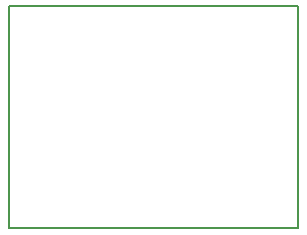
<source format=gm1>
G04 MADE WITH FRITZING*
G04 WWW.FRITZING.ORG*
G04 DOUBLE SIDED*
G04 HOLES PLATED*
G04 CONTOUR ON CENTER OF CONTOUR VECTOR*
%ASAXBY*%
%FSLAX23Y23*%
%MOIN*%
%OFA0B0*%
%SFA1.0B1.0*%
%ADD10R,0.974299X0.748130*%
%ADD11C,0.008000*%
%ADD10C,0.008*%
%LNCONTOUR*%
G90*
G70*
G54D10*
G54D11*
X4Y744D02*
X970Y744D01*
X970Y4D01*
X4Y4D01*
X4Y744D01*
D02*
G04 End of contour*
M02*
</source>
